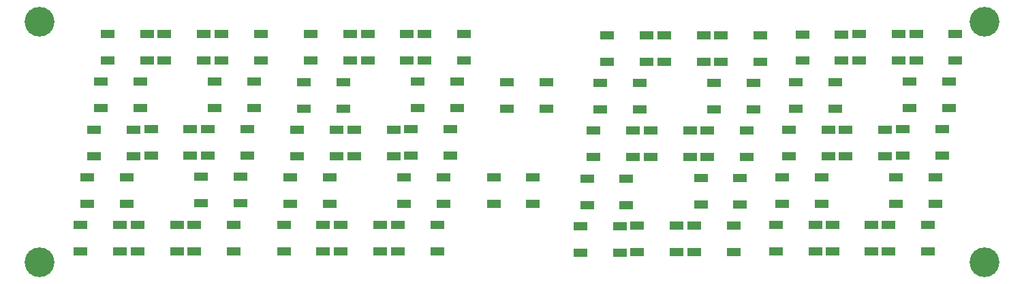
<source format=gts>
G04 Layer_Color=8388736*
%FSLAX42Y42*%
%MOMM*%
G71*
G01*
G75*
%ADD21R,1.70X1.10*%
%ADD22C,3.70*%
D21*
X11603Y2221D02*
D03*
Y2551D02*
D03*
X11113D02*
D03*
Y2221D02*
D03*
X11196Y3146D02*
D03*
Y2816D02*
D03*
X11686D02*
D03*
Y3146D02*
D03*
X10979Y2814D02*
D03*
Y3144D02*
D03*
X10489D02*
D03*
Y2814D02*
D03*
X10322Y1956D02*
D03*
Y1626D02*
D03*
X10812D02*
D03*
Y1956D02*
D03*
X11029Y1957D02*
D03*
Y1627D02*
D03*
X11519D02*
D03*
Y1957D02*
D03*
X11436Y1033D02*
D03*
Y1363D02*
D03*
X10946D02*
D03*
Y1033D02*
D03*
X11345Y435D02*
D03*
Y765D02*
D03*
X10855D02*
D03*
Y435D02*
D03*
X10645D02*
D03*
Y765D02*
D03*
X10155D02*
D03*
Y435D02*
D03*
X9455Y765D02*
D03*
Y435D02*
D03*
X9945D02*
D03*
Y765D02*
D03*
X9532Y1360D02*
D03*
Y1030D02*
D03*
X10022D02*
D03*
Y1360D02*
D03*
X9615Y1954D02*
D03*
Y1624D02*
D03*
X10105D02*
D03*
Y1954D02*
D03*
X9699Y2548D02*
D03*
Y2218D02*
D03*
X10189D02*
D03*
Y2548D02*
D03*
X9782Y3142D02*
D03*
Y2812D02*
D03*
X10272D02*
D03*
Y3142D02*
D03*
X9177Y2209D02*
D03*
Y2539D02*
D03*
X8687D02*
D03*
Y2209D02*
D03*
X8771Y3133D02*
D03*
Y2803D02*
D03*
X9261D02*
D03*
Y3133D02*
D03*
X8554Y2801D02*
D03*
Y3131D02*
D03*
X8064D02*
D03*
Y2801D02*
D03*
X7897Y1943D02*
D03*
Y1613D02*
D03*
X8387D02*
D03*
Y1943D02*
D03*
X8604Y1945D02*
D03*
Y1615D02*
D03*
X9094D02*
D03*
Y1945D02*
D03*
X9010Y1020D02*
D03*
Y1350D02*
D03*
X8520D02*
D03*
Y1020D02*
D03*
X8927Y426D02*
D03*
Y756D02*
D03*
X8437D02*
D03*
Y426D02*
D03*
X8220Y425D02*
D03*
Y755D02*
D03*
X7730D02*
D03*
Y425D02*
D03*
X7023Y753D02*
D03*
Y423D02*
D03*
X7513D02*
D03*
Y753D02*
D03*
X7106Y1347D02*
D03*
Y1017D02*
D03*
X7596D02*
D03*
Y1347D02*
D03*
X7190Y1941D02*
D03*
Y1611D02*
D03*
X7680D02*
D03*
Y1941D02*
D03*
X7273Y2536D02*
D03*
Y2206D02*
D03*
X7763D02*
D03*
Y2536D02*
D03*
X7357Y3130D02*
D03*
Y2800D02*
D03*
X7847D02*
D03*
Y3130D02*
D03*
X6437Y1029D02*
D03*
Y1359D02*
D03*
X5947D02*
D03*
Y1029D02*
D03*
X6114Y2547D02*
D03*
Y2217D02*
D03*
X6604D02*
D03*
Y2547D02*
D03*
X5493Y2222D02*
D03*
Y2552D02*
D03*
X5003D02*
D03*
Y2222D02*
D03*
X5087Y3146D02*
D03*
Y2816D02*
D03*
X5577D02*
D03*
Y3146D02*
D03*
X4870Y2814D02*
D03*
Y3144D02*
D03*
X4380D02*
D03*
Y2814D02*
D03*
X4213Y1956D02*
D03*
Y1626D02*
D03*
X4703D02*
D03*
Y1956D02*
D03*
X4920Y1957D02*
D03*
Y1627D02*
D03*
X5410D02*
D03*
Y1957D02*
D03*
X5326Y1033D02*
D03*
Y1363D02*
D03*
X4836D02*
D03*
Y1033D02*
D03*
X5245Y435D02*
D03*
Y765D02*
D03*
X4755D02*
D03*
Y435D02*
D03*
X4536Y438D02*
D03*
Y768D02*
D03*
X4046D02*
D03*
Y438D02*
D03*
X3339Y766D02*
D03*
Y436D02*
D03*
X3829D02*
D03*
Y766D02*
D03*
X3422Y1360D02*
D03*
Y1030D02*
D03*
X3912D02*
D03*
Y1360D02*
D03*
X3506Y1954D02*
D03*
Y1624D02*
D03*
X3996D02*
D03*
Y1954D02*
D03*
X3589Y2548D02*
D03*
Y2218D02*
D03*
X4079D02*
D03*
Y2548D02*
D03*
X3673Y3143D02*
D03*
Y2813D02*
D03*
X4163D02*
D03*
Y3143D02*
D03*
X2969Y2223D02*
D03*
Y2553D02*
D03*
X2479D02*
D03*
Y2223D02*
D03*
X2563Y3147D02*
D03*
Y2817D02*
D03*
X3053D02*
D03*
Y3147D02*
D03*
X2345Y2816D02*
D03*
Y3146D02*
D03*
X1855D02*
D03*
Y2816D02*
D03*
X1688Y1957D02*
D03*
Y1627D02*
D03*
X2178D02*
D03*
Y1957D02*
D03*
X2396Y1959D02*
D03*
Y1629D02*
D03*
X2886D02*
D03*
Y1959D02*
D03*
X2802Y1035D02*
D03*
Y1365D02*
D03*
X2312D02*
D03*
Y1035D02*
D03*
X2719Y440D02*
D03*
Y770D02*
D03*
X2229D02*
D03*
Y440D02*
D03*
X2011Y439D02*
D03*
Y769D02*
D03*
X1521D02*
D03*
Y439D02*
D03*
X814Y767D02*
D03*
Y437D02*
D03*
X1304D02*
D03*
Y767D02*
D03*
X898Y1361D02*
D03*
Y1031D02*
D03*
X1388D02*
D03*
Y1361D02*
D03*
X981Y1956D02*
D03*
Y1626D02*
D03*
X1471D02*
D03*
Y1956D02*
D03*
X1065Y2550D02*
D03*
Y2220D02*
D03*
X1555D02*
D03*
Y2550D02*
D03*
X1148Y3144D02*
D03*
Y2814D02*
D03*
X1638D02*
D03*
Y3144D02*
D03*
D22*
X300Y300D02*
D03*
Y3300D02*
D03*
X12050Y300D02*
D03*
Y3300D02*
D03*
M02*

</source>
